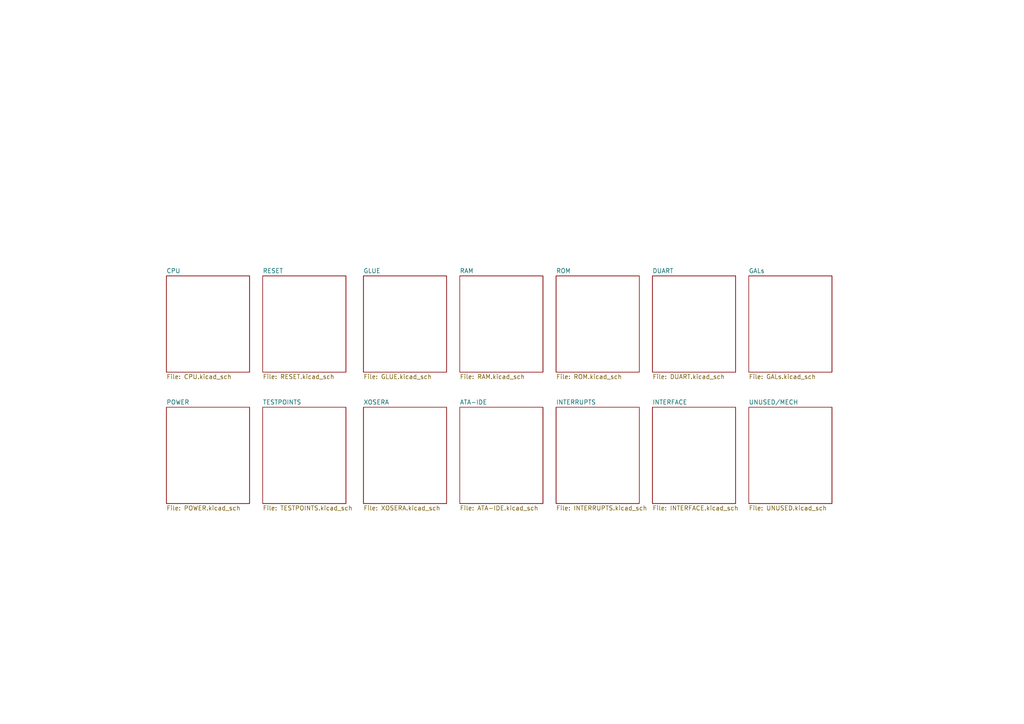
<source format=kicad_sch>
(kicad_sch (version 20211123) (generator eeschema)
  (paper "A4")
  (title_block (title "rosco_m68k Pro (030) Prototype") (date "2022-01-14") (rev "p4") (company "The Really Old-School Company Limited") (comment 1 "Copyright ©2021-2022 The Really Old-School Company Limited") (comment 2 "Open Source Hardware (CERN OHL)") (comment 3 "Prototype Hardware! Not suitable for general use!"))
  (lib_symbols)
  (sheet (at 48.26 80.01) (size 24.13 27.94)
    (property "Sheet name" "CPU" (at 48.26 79.2984 0) (effects (justify left bottom)))
    (property "Sheet file" "CPU.kicad_sch" (at 48.26 108.5346 0) (effects (justify left top)))
  )
  (sheet (at 133.35 80.01) (size 24.13 27.94)
    (property "Sheet name" "RAM" (at 133.35 79.2984 0) (effects (justify left bottom)))
    (property "Sheet file" "RAM.kicad_sch" (at 133.35 108.5346 0) (effects (justify left top)))
  )
  (sheet (at 161.29 80.01) (size 24.13 27.94)
    (property "Sheet name" "ROM" (at 161.29 79.2984 0) (effects (justify left bottom)))
    (property "Sheet file" "ROM.kicad_sch" (at 161.29 108.5346 0) (effects (justify left top)))
  )
  (sheet (at 189.23 80.01) (size 24.13 27.94)
    (property "Sheet name" "DUART" (at 189.23 79.2984 0) (effects (justify left bottom)))
    (property "Sheet file" "DUART.kicad_sch" (at 189.23 108.5346 0) (effects (justify left top)))
  )
  (sheet (at 105.41 80.01) (size 24.13 27.94)
    (property "Sheet name" "GLUE" (at 105.41 79.2984 0) (effects (justify left bottom)))
    (property "Sheet file" "GLUE.kicad_sch" (at 105.41 108.5346 0) (effects (justify left top)))
  )
  (sheet (at 48.26 118.11) (size 24.13 27.94)
    (property "Sheet name" "POWER" (at 48.26 117.3984 0) (effects (justify left bottom)))
    (property "Sheet file" "POWER.kicad_sch" (at 48.26 146.6346 0) (effects (justify left top)))
  )
  (sheet (at 217.17 80.01) (size 24.13 27.94)
    (property "Sheet name" "GALs" (at 217.17 79.2984 0) (effects (justify left bottom)))
    (property "Sheet file" "GALs.kicad_sch" (at 217.17 108.5346 0) (effects (justify left top)))
  )
  (sheet (at 76.2 80.01) (size 24.13 27.94)
    (property "Sheet name" "RESET" (at 76.2 79.2984 0) (effects (justify left bottom)))
    (property "Sheet file" "RESET.kicad_sch" (at 76.2 108.5346 0) (effects (justify left top)))
  )
  (sheet (at 105.41 118.11) (size 24.13 27.94)
    (property "Sheet name" "XOSERA" (at 105.41 117.3984 0) (effects (justify left bottom)))
    (property "Sheet file" "XOSERA.kicad_sch" (at 105.41 146.6346 0) (effects (justify left top)))
  )
  (sheet (at 161.29 118.11) (size 24.13 27.94)
    (property "Sheet name" "INTERRUPTS" (at 161.29 117.3984 0) (effects (justify left bottom)))
    (property "Sheet file" "INTERRUPTS.kicad_sch" (at 161.29 146.6346 0) (effects (justify left top)))
  )
  (sheet (at 76.2 118.11) (size 24.13 27.94)
    (property "Sheet name" "TESTPOINTS" (at 76.2 117.3984 0) (effects (justify left bottom)))
    (property "Sheet file" "TESTPOINTS.kicad_sch" (at 76.2 146.6346 0) (effects (justify left top)))
  )
  (sheet (at 217.17 118.11) (size 24.13 27.94)
    (property "Sheet name" "UNUSED/MECH" (at 217.17 117.3984 0) (effects (justify left bottom)))
    (property "Sheet file" "UNUSED.kicad_sch" (at 217.17 146.6346 0) (effects (justify left top)))
  )
  (sheet (at 189.23 118.11) (size 24.13 27.94)
    (property "Sheet name" "INTERFACE" (at 189.23 117.3984 0) (effects (justify left bottom)))
    (property "Sheet file" "INTERFACE.kicad_sch" (at 189.23 146.6346 0) (effects (justify left top)))
  )
  (sheet (at 133.35 118.11) (size 24.13 27.94)
    (property "Sheet name" "ATA-IDE" (at 133.35 117.3984 0) (effects (justify left bottom)))
    (property "Sheet file" "ATA-IDE.kicad_sch" (at 133.35 146.6346 0) (effects (justify left top)))
  )
)
</source>
